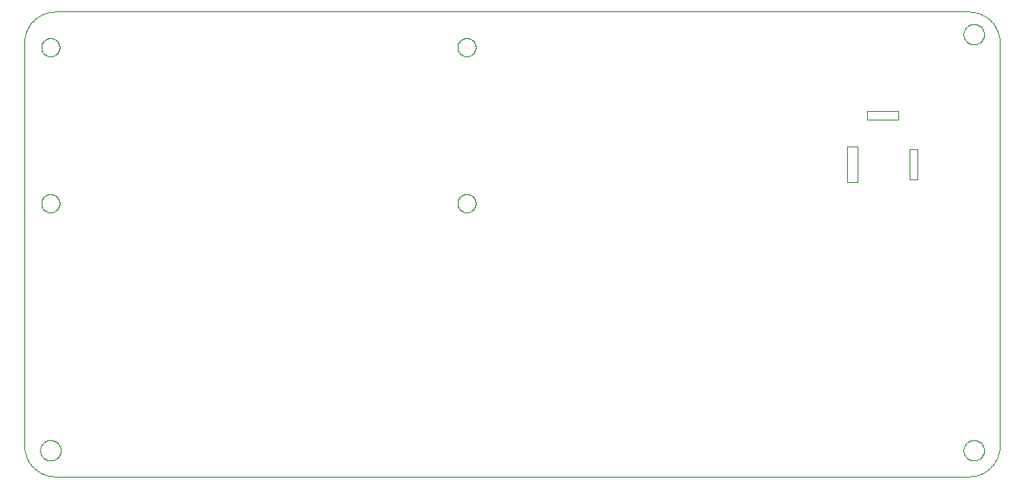
<source format=gko>
G75*
%MOIN*%
%OFA0B0*%
%FSLAX25Y25*%
%IPPOS*%
%LPD*%
%AMOC8*
5,1,8,0,0,1.08239X$1,22.5*
%
%ADD10C,0.00000*%
D10*
X0043111Y0071300D02*
X0394410Y0071300D01*
X0392363Y0081300D02*
X0392365Y0081425D01*
X0392371Y0081550D01*
X0392381Y0081674D01*
X0392395Y0081798D01*
X0392412Y0081922D01*
X0392434Y0082045D01*
X0392460Y0082167D01*
X0392489Y0082289D01*
X0392522Y0082409D01*
X0392560Y0082528D01*
X0392600Y0082647D01*
X0392645Y0082763D01*
X0392693Y0082878D01*
X0392745Y0082992D01*
X0392801Y0083104D01*
X0392860Y0083214D01*
X0392922Y0083322D01*
X0392988Y0083429D01*
X0393057Y0083533D01*
X0393130Y0083634D01*
X0393205Y0083734D01*
X0393284Y0083831D01*
X0393366Y0083925D01*
X0393451Y0084017D01*
X0393538Y0084106D01*
X0393629Y0084192D01*
X0393722Y0084275D01*
X0393818Y0084356D01*
X0393916Y0084433D01*
X0394016Y0084507D01*
X0394119Y0084578D01*
X0394224Y0084645D01*
X0394332Y0084710D01*
X0394441Y0084770D01*
X0394552Y0084828D01*
X0394665Y0084881D01*
X0394779Y0084931D01*
X0394895Y0084978D01*
X0395012Y0085020D01*
X0395131Y0085059D01*
X0395251Y0085095D01*
X0395372Y0085126D01*
X0395494Y0085154D01*
X0395616Y0085177D01*
X0395740Y0085197D01*
X0395864Y0085213D01*
X0395988Y0085225D01*
X0396113Y0085233D01*
X0396238Y0085237D01*
X0396362Y0085237D01*
X0396487Y0085233D01*
X0396612Y0085225D01*
X0396736Y0085213D01*
X0396860Y0085197D01*
X0396984Y0085177D01*
X0397106Y0085154D01*
X0397228Y0085126D01*
X0397349Y0085095D01*
X0397469Y0085059D01*
X0397588Y0085020D01*
X0397705Y0084978D01*
X0397821Y0084931D01*
X0397935Y0084881D01*
X0398048Y0084828D01*
X0398159Y0084770D01*
X0398269Y0084710D01*
X0398376Y0084645D01*
X0398481Y0084578D01*
X0398584Y0084507D01*
X0398684Y0084433D01*
X0398782Y0084356D01*
X0398878Y0084275D01*
X0398971Y0084192D01*
X0399062Y0084106D01*
X0399149Y0084017D01*
X0399234Y0083925D01*
X0399316Y0083831D01*
X0399395Y0083734D01*
X0399470Y0083634D01*
X0399543Y0083533D01*
X0399612Y0083429D01*
X0399678Y0083322D01*
X0399740Y0083214D01*
X0399799Y0083104D01*
X0399855Y0082992D01*
X0399907Y0082878D01*
X0399955Y0082763D01*
X0400000Y0082647D01*
X0400040Y0082528D01*
X0400078Y0082409D01*
X0400111Y0082289D01*
X0400140Y0082167D01*
X0400166Y0082045D01*
X0400188Y0081922D01*
X0400205Y0081798D01*
X0400219Y0081674D01*
X0400229Y0081550D01*
X0400235Y0081425D01*
X0400237Y0081300D01*
X0400235Y0081175D01*
X0400229Y0081050D01*
X0400219Y0080926D01*
X0400205Y0080802D01*
X0400188Y0080678D01*
X0400166Y0080555D01*
X0400140Y0080433D01*
X0400111Y0080311D01*
X0400078Y0080191D01*
X0400040Y0080072D01*
X0400000Y0079953D01*
X0399955Y0079837D01*
X0399907Y0079722D01*
X0399855Y0079608D01*
X0399799Y0079496D01*
X0399740Y0079386D01*
X0399678Y0079278D01*
X0399612Y0079171D01*
X0399543Y0079067D01*
X0399470Y0078966D01*
X0399395Y0078866D01*
X0399316Y0078769D01*
X0399234Y0078675D01*
X0399149Y0078583D01*
X0399062Y0078494D01*
X0398971Y0078408D01*
X0398878Y0078325D01*
X0398782Y0078244D01*
X0398684Y0078167D01*
X0398584Y0078093D01*
X0398481Y0078022D01*
X0398376Y0077955D01*
X0398268Y0077890D01*
X0398159Y0077830D01*
X0398048Y0077772D01*
X0397935Y0077719D01*
X0397821Y0077669D01*
X0397705Y0077622D01*
X0397588Y0077580D01*
X0397469Y0077541D01*
X0397349Y0077505D01*
X0397228Y0077474D01*
X0397106Y0077446D01*
X0396984Y0077423D01*
X0396860Y0077403D01*
X0396736Y0077387D01*
X0396612Y0077375D01*
X0396487Y0077367D01*
X0396362Y0077363D01*
X0396238Y0077363D01*
X0396113Y0077367D01*
X0395988Y0077375D01*
X0395864Y0077387D01*
X0395740Y0077403D01*
X0395616Y0077423D01*
X0395494Y0077446D01*
X0395372Y0077474D01*
X0395251Y0077505D01*
X0395131Y0077541D01*
X0395012Y0077580D01*
X0394895Y0077622D01*
X0394779Y0077669D01*
X0394665Y0077719D01*
X0394552Y0077772D01*
X0394441Y0077830D01*
X0394331Y0077890D01*
X0394224Y0077955D01*
X0394119Y0078022D01*
X0394016Y0078093D01*
X0393916Y0078167D01*
X0393818Y0078244D01*
X0393722Y0078325D01*
X0393629Y0078408D01*
X0393538Y0078494D01*
X0393451Y0078583D01*
X0393366Y0078675D01*
X0393284Y0078769D01*
X0393205Y0078866D01*
X0393130Y0078966D01*
X0393057Y0079067D01*
X0392988Y0079171D01*
X0392922Y0079278D01*
X0392860Y0079386D01*
X0392801Y0079496D01*
X0392745Y0079608D01*
X0392693Y0079722D01*
X0392645Y0079837D01*
X0392600Y0079953D01*
X0392560Y0080072D01*
X0392522Y0080191D01*
X0392489Y0080311D01*
X0392460Y0080433D01*
X0392434Y0080555D01*
X0392412Y0080678D01*
X0392395Y0080802D01*
X0392381Y0080926D01*
X0392371Y0081050D01*
X0392365Y0081175D01*
X0392363Y0081300D01*
X0394410Y0071300D02*
X0394695Y0071303D01*
X0394981Y0071314D01*
X0395266Y0071331D01*
X0395550Y0071355D01*
X0395834Y0071386D01*
X0396117Y0071424D01*
X0396398Y0071469D01*
X0396679Y0071520D01*
X0396959Y0071578D01*
X0397237Y0071643D01*
X0397513Y0071715D01*
X0397787Y0071793D01*
X0398060Y0071878D01*
X0398330Y0071970D01*
X0398598Y0072068D01*
X0398864Y0072172D01*
X0399127Y0072283D01*
X0399387Y0072400D01*
X0399645Y0072523D01*
X0399899Y0072653D01*
X0400150Y0072789D01*
X0400398Y0072930D01*
X0400642Y0073078D01*
X0400883Y0073231D01*
X0401119Y0073391D01*
X0401352Y0073556D01*
X0401581Y0073726D01*
X0401806Y0073902D01*
X0402026Y0074084D01*
X0402242Y0074270D01*
X0402453Y0074462D01*
X0402660Y0074659D01*
X0402862Y0074861D01*
X0403059Y0075068D01*
X0403251Y0075279D01*
X0403437Y0075495D01*
X0403619Y0075715D01*
X0403795Y0075940D01*
X0403965Y0076169D01*
X0404130Y0076402D01*
X0404290Y0076638D01*
X0404443Y0076879D01*
X0404591Y0077123D01*
X0404732Y0077371D01*
X0404868Y0077622D01*
X0404998Y0077876D01*
X0405121Y0078134D01*
X0405238Y0078394D01*
X0405349Y0078657D01*
X0405453Y0078923D01*
X0405551Y0079191D01*
X0405643Y0079461D01*
X0405728Y0079734D01*
X0405806Y0080008D01*
X0405878Y0080284D01*
X0405943Y0080562D01*
X0406001Y0080842D01*
X0406052Y0081123D01*
X0406097Y0081404D01*
X0406135Y0081687D01*
X0406166Y0081971D01*
X0406190Y0082255D01*
X0406207Y0082540D01*
X0406218Y0082826D01*
X0406221Y0083111D01*
X0406221Y0238190D01*
X0392363Y0241300D02*
X0392365Y0241425D01*
X0392371Y0241550D01*
X0392381Y0241674D01*
X0392395Y0241798D01*
X0392412Y0241922D01*
X0392434Y0242045D01*
X0392460Y0242167D01*
X0392489Y0242289D01*
X0392522Y0242409D01*
X0392560Y0242528D01*
X0392600Y0242647D01*
X0392645Y0242763D01*
X0392693Y0242878D01*
X0392745Y0242992D01*
X0392801Y0243104D01*
X0392860Y0243214D01*
X0392922Y0243322D01*
X0392988Y0243429D01*
X0393057Y0243533D01*
X0393130Y0243634D01*
X0393205Y0243734D01*
X0393284Y0243831D01*
X0393366Y0243925D01*
X0393451Y0244017D01*
X0393538Y0244106D01*
X0393629Y0244192D01*
X0393722Y0244275D01*
X0393818Y0244356D01*
X0393916Y0244433D01*
X0394016Y0244507D01*
X0394119Y0244578D01*
X0394224Y0244645D01*
X0394332Y0244710D01*
X0394441Y0244770D01*
X0394552Y0244828D01*
X0394665Y0244881D01*
X0394779Y0244931D01*
X0394895Y0244978D01*
X0395012Y0245020D01*
X0395131Y0245059D01*
X0395251Y0245095D01*
X0395372Y0245126D01*
X0395494Y0245154D01*
X0395616Y0245177D01*
X0395740Y0245197D01*
X0395864Y0245213D01*
X0395988Y0245225D01*
X0396113Y0245233D01*
X0396238Y0245237D01*
X0396362Y0245237D01*
X0396487Y0245233D01*
X0396612Y0245225D01*
X0396736Y0245213D01*
X0396860Y0245197D01*
X0396984Y0245177D01*
X0397106Y0245154D01*
X0397228Y0245126D01*
X0397349Y0245095D01*
X0397469Y0245059D01*
X0397588Y0245020D01*
X0397705Y0244978D01*
X0397821Y0244931D01*
X0397935Y0244881D01*
X0398048Y0244828D01*
X0398159Y0244770D01*
X0398269Y0244710D01*
X0398376Y0244645D01*
X0398481Y0244578D01*
X0398584Y0244507D01*
X0398684Y0244433D01*
X0398782Y0244356D01*
X0398878Y0244275D01*
X0398971Y0244192D01*
X0399062Y0244106D01*
X0399149Y0244017D01*
X0399234Y0243925D01*
X0399316Y0243831D01*
X0399395Y0243734D01*
X0399470Y0243634D01*
X0399543Y0243533D01*
X0399612Y0243429D01*
X0399678Y0243322D01*
X0399740Y0243214D01*
X0399799Y0243104D01*
X0399855Y0242992D01*
X0399907Y0242878D01*
X0399955Y0242763D01*
X0400000Y0242647D01*
X0400040Y0242528D01*
X0400078Y0242409D01*
X0400111Y0242289D01*
X0400140Y0242167D01*
X0400166Y0242045D01*
X0400188Y0241922D01*
X0400205Y0241798D01*
X0400219Y0241674D01*
X0400229Y0241550D01*
X0400235Y0241425D01*
X0400237Y0241300D01*
X0400235Y0241175D01*
X0400229Y0241050D01*
X0400219Y0240926D01*
X0400205Y0240802D01*
X0400188Y0240678D01*
X0400166Y0240555D01*
X0400140Y0240433D01*
X0400111Y0240311D01*
X0400078Y0240191D01*
X0400040Y0240072D01*
X0400000Y0239953D01*
X0399955Y0239837D01*
X0399907Y0239722D01*
X0399855Y0239608D01*
X0399799Y0239496D01*
X0399740Y0239386D01*
X0399678Y0239278D01*
X0399612Y0239171D01*
X0399543Y0239067D01*
X0399470Y0238966D01*
X0399395Y0238866D01*
X0399316Y0238769D01*
X0399234Y0238675D01*
X0399149Y0238583D01*
X0399062Y0238494D01*
X0398971Y0238408D01*
X0398878Y0238325D01*
X0398782Y0238244D01*
X0398684Y0238167D01*
X0398584Y0238093D01*
X0398481Y0238022D01*
X0398376Y0237955D01*
X0398268Y0237890D01*
X0398159Y0237830D01*
X0398048Y0237772D01*
X0397935Y0237719D01*
X0397821Y0237669D01*
X0397705Y0237622D01*
X0397588Y0237580D01*
X0397469Y0237541D01*
X0397349Y0237505D01*
X0397228Y0237474D01*
X0397106Y0237446D01*
X0396984Y0237423D01*
X0396860Y0237403D01*
X0396736Y0237387D01*
X0396612Y0237375D01*
X0396487Y0237367D01*
X0396362Y0237363D01*
X0396238Y0237363D01*
X0396113Y0237367D01*
X0395988Y0237375D01*
X0395864Y0237387D01*
X0395740Y0237403D01*
X0395616Y0237423D01*
X0395494Y0237446D01*
X0395372Y0237474D01*
X0395251Y0237505D01*
X0395131Y0237541D01*
X0395012Y0237580D01*
X0394895Y0237622D01*
X0394779Y0237669D01*
X0394665Y0237719D01*
X0394552Y0237772D01*
X0394441Y0237830D01*
X0394331Y0237890D01*
X0394224Y0237955D01*
X0394119Y0238022D01*
X0394016Y0238093D01*
X0393916Y0238167D01*
X0393818Y0238244D01*
X0393722Y0238325D01*
X0393629Y0238408D01*
X0393538Y0238494D01*
X0393451Y0238583D01*
X0393366Y0238675D01*
X0393284Y0238769D01*
X0393205Y0238866D01*
X0393130Y0238966D01*
X0393057Y0239067D01*
X0392988Y0239171D01*
X0392922Y0239278D01*
X0392860Y0239386D01*
X0392801Y0239496D01*
X0392745Y0239608D01*
X0392693Y0239722D01*
X0392645Y0239837D01*
X0392600Y0239953D01*
X0392560Y0240072D01*
X0392522Y0240191D01*
X0392489Y0240311D01*
X0392460Y0240433D01*
X0392434Y0240555D01*
X0392412Y0240678D01*
X0392395Y0240802D01*
X0392381Y0240926D01*
X0392371Y0241050D01*
X0392365Y0241175D01*
X0392363Y0241300D01*
X0394410Y0250001D02*
X0394695Y0249998D01*
X0394981Y0249987D01*
X0395266Y0249970D01*
X0395550Y0249946D01*
X0395834Y0249915D01*
X0396117Y0249877D01*
X0396398Y0249832D01*
X0396679Y0249781D01*
X0396959Y0249723D01*
X0397237Y0249658D01*
X0397513Y0249586D01*
X0397787Y0249508D01*
X0398060Y0249423D01*
X0398330Y0249331D01*
X0398598Y0249233D01*
X0398864Y0249129D01*
X0399127Y0249018D01*
X0399387Y0248901D01*
X0399645Y0248778D01*
X0399899Y0248648D01*
X0400150Y0248512D01*
X0400398Y0248371D01*
X0400642Y0248223D01*
X0400883Y0248070D01*
X0401119Y0247910D01*
X0401352Y0247745D01*
X0401581Y0247575D01*
X0401806Y0247399D01*
X0402026Y0247217D01*
X0402242Y0247031D01*
X0402453Y0246839D01*
X0402660Y0246642D01*
X0402862Y0246440D01*
X0403059Y0246233D01*
X0403251Y0246022D01*
X0403437Y0245806D01*
X0403619Y0245586D01*
X0403795Y0245361D01*
X0403965Y0245132D01*
X0404130Y0244899D01*
X0404290Y0244663D01*
X0404443Y0244422D01*
X0404591Y0244178D01*
X0404732Y0243930D01*
X0404868Y0243679D01*
X0404998Y0243425D01*
X0405121Y0243167D01*
X0405238Y0242907D01*
X0405349Y0242644D01*
X0405453Y0242378D01*
X0405551Y0242110D01*
X0405643Y0241840D01*
X0405728Y0241567D01*
X0405806Y0241293D01*
X0405878Y0241017D01*
X0405943Y0240739D01*
X0406001Y0240459D01*
X0406052Y0240178D01*
X0406097Y0239897D01*
X0406135Y0239614D01*
X0406166Y0239330D01*
X0406190Y0239046D01*
X0406207Y0238761D01*
X0406218Y0238475D01*
X0406221Y0238190D01*
X0394410Y0250001D02*
X0043111Y0250001D01*
X0042826Y0249998D01*
X0042540Y0249987D01*
X0042255Y0249970D01*
X0041971Y0249946D01*
X0041687Y0249915D01*
X0041404Y0249877D01*
X0041123Y0249832D01*
X0040842Y0249781D01*
X0040562Y0249723D01*
X0040284Y0249658D01*
X0040008Y0249586D01*
X0039734Y0249508D01*
X0039461Y0249423D01*
X0039191Y0249331D01*
X0038923Y0249233D01*
X0038657Y0249129D01*
X0038394Y0249018D01*
X0038134Y0248901D01*
X0037876Y0248778D01*
X0037622Y0248648D01*
X0037371Y0248512D01*
X0037123Y0248371D01*
X0036879Y0248223D01*
X0036638Y0248070D01*
X0036402Y0247910D01*
X0036169Y0247745D01*
X0035940Y0247575D01*
X0035715Y0247399D01*
X0035495Y0247217D01*
X0035279Y0247031D01*
X0035068Y0246839D01*
X0034861Y0246642D01*
X0034659Y0246440D01*
X0034462Y0246233D01*
X0034270Y0246022D01*
X0034084Y0245806D01*
X0033902Y0245586D01*
X0033726Y0245361D01*
X0033556Y0245132D01*
X0033391Y0244899D01*
X0033231Y0244663D01*
X0033078Y0244422D01*
X0032930Y0244178D01*
X0032789Y0243930D01*
X0032653Y0243679D01*
X0032523Y0243425D01*
X0032400Y0243167D01*
X0032283Y0242907D01*
X0032172Y0242644D01*
X0032068Y0242378D01*
X0031970Y0242110D01*
X0031878Y0241840D01*
X0031793Y0241567D01*
X0031715Y0241293D01*
X0031643Y0241017D01*
X0031578Y0240739D01*
X0031520Y0240459D01*
X0031469Y0240178D01*
X0031424Y0239897D01*
X0031386Y0239614D01*
X0031355Y0239330D01*
X0031331Y0239046D01*
X0031314Y0238761D01*
X0031303Y0238475D01*
X0031300Y0238190D01*
X0031300Y0083111D01*
X0037363Y0081300D02*
X0037365Y0081425D01*
X0037371Y0081550D01*
X0037381Y0081674D01*
X0037395Y0081798D01*
X0037412Y0081922D01*
X0037434Y0082045D01*
X0037460Y0082167D01*
X0037489Y0082289D01*
X0037522Y0082409D01*
X0037560Y0082528D01*
X0037600Y0082647D01*
X0037645Y0082763D01*
X0037693Y0082878D01*
X0037745Y0082992D01*
X0037801Y0083104D01*
X0037860Y0083214D01*
X0037922Y0083322D01*
X0037988Y0083429D01*
X0038057Y0083533D01*
X0038130Y0083634D01*
X0038205Y0083734D01*
X0038284Y0083831D01*
X0038366Y0083925D01*
X0038451Y0084017D01*
X0038538Y0084106D01*
X0038629Y0084192D01*
X0038722Y0084275D01*
X0038818Y0084356D01*
X0038916Y0084433D01*
X0039016Y0084507D01*
X0039119Y0084578D01*
X0039224Y0084645D01*
X0039332Y0084710D01*
X0039441Y0084770D01*
X0039552Y0084828D01*
X0039665Y0084881D01*
X0039779Y0084931D01*
X0039895Y0084978D01*
X0040012Y0085020D01*
X0040131Y0085059D01*
X0040251Y0085095D01*
X0040372Y0085126D01*
X0040494Y0085154D01*
X0040616Y0085177D01*
X0040740Y0085197D01*
X0040864Y0085213D01*
X0040988Y0085225D01*
X0041113Y0085233D01*
X0041238Y0085237D01*
X0041362Y0085237D01*
X0041487Y0085233D01*
X0041612Y0085225D01*
X0041736Y0085213D01*
X0041860Y0085197D01*
X0041984Y0085177D01*
X0042106Y0085154D01*
X0042228Y0085126D01*
X0042349Y0085095D01*
X0042469Y0085059D01*
X0042588Y0085020D01*
X0042705Y0084978D01*
X0042821Y0084931D01*
X0042935Y0084881D01*
X0043048Y0084828D01*
X0043159Y0084770D01*
X0043269Y0084710D01*
X0043376Y0084645D01*
X0043481Y0084578D01*
X0043584Y0084507D01*
X0043684Y0084433D01*
X0043782Y0084356D01*
X0043878Y0084275D01*
X0043971Y0084192D01*
X0044062Y0084106D01*
X0044149Y0084017D01*
X0044234Y0083925D01*
X0044316Y0083831D01*
X0044395Y0083734D01*
X0044470Y0083634D01*
X0044543Y0083533D01*
X0044612Y0083429D01*
X0044678Y0083322D01*
X0044740Y0083214D01*
X0044799Y0083104D01*
X0044855Y0082992D01*
X0044907Y0082878D01*
X0044955Y0082763D01*
X0045000Y0082647D01*
X0045040Y0082528D01*
X0045078Y0082409D01*
X0045111Y0082289D01*
X0045140Y0082167D01*
X0045166Y0082045D01*
X0045188Y0081922D01*
X0045205Y0081798D01*
X0045219Y0081674D01*
X0045229Y0081550D01*
X0045235Y0081425D01*
X0045237Y0081300D01*
X0045235Y0081175D01*
X0045229Y0081050D01*
X0045219Y0080926D01*
X0045205Y0080802D01*
X0045188Y0080678D01*
X0045166Y0080555D01*
X0045140Y0080433D01*
X0045111Y0080311D01*
X0045078Y0080191D01*
X0045040Y0080072D01*
X0045000Y0079953D01*
X0044955Y0079837D01*
X0044907Y0079722D01*
X0044855Y0079608D01*
X0044799Y0079496D01*
X0044740Y0079386D01*
X0044678Y0079278D01*
X0044612Y0079171D01*
X0044543Y0079067D01*
X0044470Y0078966D01*
X0044395Y0078866D01*
X0044316Y0078769D01*
X0044234Y0078675D01*
X0044149Y0078583D01*
X0044062Y0078494D01*
X0043971Y0078408D01*
X0043878Y0078325D01*
X0043782Y0078244D01*
X0043684Y0078167D01*
X0043584Y0078093D01*
X0043481Y0078022D01*
X0043376Y0077955D01*
X0043268Y0077890D01*
X0043159Y0077830D01*
X0043048Y0077772D01*
X0042935Y0077719D01*
X0042821Y0077669D01*
X0042705Y0077622D01*
X0042588Y0077580D01*
X0042469Y0077541D01*
X0042349Y0077505D01*
X0042228Y0077474D01*
X0042106Y0077446D01*
X0041984Y0077423D01*
X0041860Y0077403D01*
X0041736Y0077387D01*
X0041612Y0077375D01*
X0041487Y0077367D01*
X0041362Y0077363D01*
X0041238Y0077363D01*
X0041113Y0077367D01*
X0040988Y0077375D01*
X0040864Y0077387D01*
X0040740Y0077403D01*
X0040616Y0077423D01*
X0040494Y0077446D01*
X0040372Y0077474D01*
X0040251Y0077505D01*
X0040131Y0077541D01*
X0040012Y0077580D01*
X0039895Y0077622D01*
X0039779Y0077669D01*
X0039665Y0077719D01*
X0039552Y0077772D01*
X0039441Y0077830D01*
X0039331Y0077890D01*
X0039224Y0077955D01*
X0039119Y0078022D01*
X0039016Y0078093D01*
X0038916Y0078167D01*
X0038818Y0078244D01*
X0038722Y0078325D01*
X0038629Y0078408D01*
X0038538Y0078494D01*
X0038451Y0078583D01*
X0038366Y0078675D01*
X0038284Y0078769D01*
X0038205Y0078866D01*
X0038130Y0078966D01*
X0038057Y0079067D01*
X0037988Y0079171D01*
X0037922Y0079278D01*
X0037860Y0079386D01*
X0037801Y0079496D01*
X0037745Y0079608D01*
X0037693Y0079722D01*
X0037645Y0079837D01*
X0037600Y0079953D01*
X0037560Y0080072D01*
X0037522Y0080191D01*
X0037489Y0080311D01*
X0037460Y0080433D01*
X0037434Y0080555D01*
X0037412Y0080678D01*
X0037395Y0080802D01*
X0037381Y0080926D01*
X0037371Y0081050D01*
X0037365Y0081175D01*
X0037363Y0081300D01*
X0031300Y0083111D02*
X0031303Y0082826D01*
X0031314Y0082540D01*
X0031331Y0082255D01*
X0031355Y0081971D01*
X0031386Y0081687D01*
X0031424Y0081404D01*
X0031469Y0081123D01*
X0031520Y0080842D01*
X0031578Y0080562D01*
X0031643Y0080284D01*
X0031715Y0080008D01*
X0031793Y0079734D01*
X0031878Y0079461D01*
X0031970Y0079191D01*
X0032068Y0078923D01*
X0032172Y0078657D01*
X0032283Y0078394D01*
X0032400Y0078134D01*
X0032523Y0077876D01*
X0032653Y0077622D01*
X0032789Y0077371D01*
X0032930Y0077123D01*
X0033078Y0076879D01*
X0033231Y0076638D01*
X0033391Y0076402D01*
X0033556Y0076169D01*
X0033726Y0075940D01*
X0033902Y0075715D01*
X0034084Y0075495D01*
X0034270Y0075279D01*
X0034462Y0075068D01*
X0034659Y0074861D01*
X0034861Y0074659D01*
X0035068Y0074462D01*
X0035279Y0074270D01*
X0035495Y0074084D01*
X0035715Y0073902D01*
X0035940Y0073726D01*
X0036169Y0073556D01*
X0036402Y0073391D01*
X0036638Y0073231D01*
X0036879Y0073078D01*
X0037123Y0072930D01*
X0037371Y0072789D01*
X0037622Y0072653D01*
X0037876Y0072523D01*
X0038134Y0072400D01*
X0038394Y0072283D01*
X0038657Y0072172D01*
X0038923Y0072068D01*
X0039191Y0071970D01*
X0039461Y0071878D01*
X0039734Y0071793D01*
X0040008Y0071715D01*
X0040284Y0071643D01*
X0040562Y0071578D01*
X0040842Y0071520D01*
X0041123Y0071469D01*
X0041404Y0071424D01*
X0041687Y0071386D01*
X0041971Y0071355D01*
X0042255Y0071331D01*
X0042540Y0071314D01*
X0042826Y0071303D01*
X0043111Y0071300D01*
X0037800Y0176300D02*
X0037802Y0176418D01*
X0037808Y0176536D01*
X0037818Y0176654D01*
X0037832Y0176771D01*
X0037850Y0176888D01*
X0037872Y0177005D01*
X0037897Y0177120D01*
X0037927Y0177234D01*
X0037961Y0177348D01*
X0037998Y0177460D01*
X0038039Y0177571D01*
X0038084Y0177680D01*
X0038132Y0177788D01*
X0038184Y0177894D01*
X0038240Y0177999D01*
X0038299Y0178101D01*
X0038361Y0178201D01*
X0038427Y0178299D01*
X0038496Y0178395D01*
X0038569Y0178489D01*
X0038644Y0178580D01*
X0038723Y0178668D01*
X0038804Y0178754D01*
X0038889Y0178837D01*
X0038976Y0178917D01*
X0039065Y0178994D01*
X0039158Y0179068D01*
X0039252Y0179138D01*
X0039349Y0179206D01*
X0039449Y0179270D01*
X0039550Y0179331D01*
X0039653Y0179388D01*
X0039759Y0179442D01*
X0039866Y0179493D01*
X0039974Y0179539D01*
X0040084Y0179582D01*
X0040196Y0179621D01*
X0040309Y0179657D01*
X0040423Y0179688D01*
X0040538Y0179716D01*
X0040653Y0179740D01*
X0040770Y0179760D01*
X0040887Y0179776D01*
X0041005Y0179788D01*
X0041123Y0179796D01*
X0041241Y0179800D01*
X0041359Y0179800D01*
X0041477Y0179796D01*
X0041595Y0179788D01*
X0041713Y0179776D01*
X0041830Y0179760D01*
X0041947Y0179740D01*
X0042062Y0179716D01*
X0042177Y0179688D01*
X0042291Y0179657D01*
X0042404Y0179621D01*
X0042516Y0179582D01*
X0042626Y0179539D01*
X0042734Y0179493D01*
X0042841Y0179442D01*
X0042947Y0179388D01*
X0043050Y0179331D01*
X0043151Y0179270D01*
X0043251Y0179206D01*
X0043348Y0179138D01*
X0043442Y0179068D01*
X0043535Y0178994D01*
X0043624Y0178917D01*
X0043711Y0178837D01*
X0043796Y0178754D01*
X0043877Y0178668D01*
X0043956Y0178580D01*
X0044031Y0178489D01*
X0044104Y0178395D01*
X0044173Y0178299D01*
X0044239Y0178201D01*
X0044301Y0178101D01*
X0044360Y0177999D01*
X0044416Y0177894D01*
X0044468Y0177788D01*
X0044516Y0177680D01*
X0044561Y0177571D01*
X0044602Y0177460D01*
X0044639Y0177348D01*
X0044673Y0177234D01*
X0044703Y0177120D01*
X0044728Y0177005D01*
X0044750Y0176888D01*
X0044768Y0176771D01*
X0044782Y0176654D01*
X0044792Y0176536D01*
X0044798Y0176418D01*
X0044800Y0176300D01*
X0044798Y0176182D01*
X0044792Y0176064D01*
X0044782Y0175946D01*
X0044768Y0175829D01*
X0044750Y0175712D01*
X0044728Y0175595D01*
X0044703Y0175480D01*
X0044673Y0175366D01*
X0044639Y0175252D01*
X0044602Y0175140D01*
X0044561Y0175029D01*
X0044516Y0174920D01*
X0044468Y0174812D01*
X0044416Y0174706D01*
X0044360Y0174601D01*
X0044301Y0174499D01*
X0044239Y0174399D01*
X0044173Y0174301D01*
X0044104Y0174205D01*
X0044031Y0174111D01*
X0043956Y0174020D01*
X0043877Y0173932D01*
X0043796Y0173846D01*
X0043711Y0173763D01*
X0043624Y0173683D01*
X0043535Y0173606D01*
X0043442Y0173532D01*
X0043348Y0173462D01*
X0043251Y0173394D01*
X0043151Y0173330D01*
X0043050Y0173269D01*
X0042947Y0173212D01*
X0042841Y0173158D01*
X0042734Y0173107D01*
X0042626Y0173061D01*
X0042516Y0173018D01*
X0042404Y0172979D01*
X0042291Y0172943D01*
X0042177Y0172912D01*
X0042062Y0172884D01*
X0041947Y0172860D01*
X0041830Y0172840D01*
X0041713Y0172824D01*
X0041595Y0172812D01*
X0041477Y0172804D01*
X0041359Y0172800D01*
X0041241Y0172800D01*
X0041123Y0172804D01*
X0041005Y0172812D01*
X0040887Y0172824D01*
X0040770Y0172840D01*
X0040653Y0172860D01*
X0040538Y0172884D01*
X0040423Y0172912D01*
X0040309Y0172943D01*
X0040196Y0172979D01*
X0040084Y0173018D01*
X0039974Y0173061D01*
X0039866Y0173107D01*
X0039759Y0173158D01*
X0039653Y0173212D01*
X0039550Y0173269D01*
X0039449Y0173330D01*
X0039349Y0173394D01*
X0039252Y0173462D01*
X0039158Y0173532D01*
X0039065Y0173606D01*
X0038976Y0173683D01*
X0038889Y0173763D01*
X0038804Y0173846D01*
X0038723Y0173932D01*
X0038644Y0174020D01*
X0038569Y0174111D01*
X0038496Y0174205D01*
X0038427Y0174301D01*
X0038361Y0174399D01*
X0038299Y0174499D01*
X0038240Y0174601D01*
X0038184Y0174706D01*
X0038132Y0174812D01*
X0038084Y0174920D01*
X0038039Y0175029D01*
X0037998Y0175140D01*
X0037961Y0175252D01*
X0037927Y0175366D01*
X0037897Y0175480D01*
X0037872Y0175595D01*
X0037850Y0175712D01*
X0037832Y0175829D01*
X0037818Y0175946D01*
X0037808Y0176064D01*
X0037802Y0176182D01*
X0037800Y0176300D01*
X0037800Y0236300D02*
X0037802Y0236418D01*
X0037808Y0236536D01*
X0037818Y0236654D01*
X0037832Y0236771D01*
X0037850Y0236888D01*
X0037872Y0237005D01*
X0037897Y0237120D01*
X0037927Y0237234D01*
X0037961Y0237348D01*
X0037998Y0237460D01*
X0038039Y0237571D01*
X0038084Y0237680D01*
X0038132Y0237788D01*
X0038184Y0237894D01*
X0038240Y0237999D01*
X0038299Y0238101D01*
X0038361Y0238201D01*
X0038427Y0238299D01*
X0038496Y0238395D01*
X0038569Y0238489D01*
X0038644Y0238580D01*
X0038723Y0238668D01*
X0038804Y0238754D01*
X0038889Y0238837D01*
X0038976Y0238917D01*
X0039065Y0238994D01*
X0039158Y0239068D01*
X0039252Y0239138D01*
X0039349Y0239206D01*
X0039449Y0239270D01*
X0039550Y0239331D01*
X0039653Y0239388D01*
X0039759Y0239442D01*
X0039866Y0239493D01*
X0039974Y0239539D01*
X0040084Y0239582D01*
X0040196Y0239621D01*
X0040309Y0239657D01*
X0040423Y0239688D01*
X0040538Y0239716D01*
X0040653Y0239740D01*
X0040770Y0239760D01*
X0040887Y0239776D01*
X0041005Y0239788D01*
X0041123Y0239796D01*
X0041241Y0239800D01*
X0041359Y0239800D01*
X0041477Y0239796D01*
X0041595Y0239788D01*
X0041713Y0239776D01*
X0041830Y0239760D01*
X0041947Y0239740D01*
X0042062Y0239716D01*
X0042177Y0239688D01*
X0042291Y0239657D01*
X0042404Y0239621D01*
X0042516Y0239582D01*
X0042626Y0239539D01*
X0042734Y0239493D01*
X0042841Y0239442D01*
X0042947Y0239388D01*
X0043050Y0239331D01*
X0043151Y0239270D01*
X0043251Y0239206D01*
X0043348Y0239138D01*
X0043442Y0239068D01*
X0043535Y0238994D01*
X0043624Y0238917D01*
X0043711Y0238837D01*
X0043796Y0238754D01*
X0043877Y0238668D01*
X0043956Y0238580D01*
X0044031Y0238489D01*
X0044104Y0238395D01*
X0044173Y0238299D01*
X0044239Y0238201D01*
X0044301Y0238101D01*
X0044360Y0237999D01*
X0044416Y0237894D01*
X0044468Y0237788D01*
X0044516Y0237680D01*
X0044561Y0237571D01*
X0044602Y0237460D01*
X0044639Y0237348D01*
X0044673Y0237234D01*
X0044703Y0237120D01*
X0044728Y0237005D01*
X0044750Y0236888D01*
X0044768Y0236771D01*
X0044782Y0236654D01*
X0044792Y0236536D01*
X0044798Y0236418D01*
X0044800Y0236300D01*
X0044798Y0236182D01*
X0044792Y0236064D01*
X0044782Y0235946D01*
X0044768Y0235829D01*
X0044750Y0235712D01*
X0044728Y0235595D01*
X0044703Y0235480D01*
X0044673Y0235366D01*
X0044639Y0235252D01*
X0044602Y0235140D01*
X0044561Y0235029D01*
X0044516Y0234920D01*
X0044468Y0234812D01*
X0044416Y0234706D01*
X0044360Y0234601D01*
X0044301Y0234499D01*
X0044239Y0234399D01*
X0044173Y0234301D01*
X0044104Y0234205D01*
X0044031Y0234111D01*
X0043956Y0234020D01*
X0043877Y0233932D01*
X0043796Y0233846D01*
X0043711Y0233763D01*
X0043624Y0233683D01*
X0043535Y0233606D01*
X0043442Y0233532D01*
X0043348Y0233462D01*
X0043251Y0233394D01*
X0043151Y0233330D01*
X0043050Y0233269D01*
X0042947Y0233212D01*
X0042841Y0233158D01*
X0042734Y0233107D01*
X0042626Y0233061D01*
X0042516Y0233018D01*
X0042404Y0232979D01*
X0042291Y0232943D01*
X0042177Y0232912D01*
X0042062Y0232884D01*
X0041947Y0232860D01*
X0041830Y0232840D01*
X0041713Y0232824D01*
X0041595Y0232812D01*
X0041477Y0232804D01*
X0041359Y0232800D01*
X0041241Y0232800D01*
X0041123Y0232804D01*
X0041005Y0232812D01*
X0040887Y0232824D01*
X0040770Y0232840D01*
X0040653Y0232860D01*
X0040538Y0232884D01*
X0040423Y0232912D01*
X0040309Y0232943D01*
X0040196Y0232979D01*
X0040084Y0233018D01*
X0039974Y0233061D01*
X0039866Y0233107D01*
X0039759Y0233158D01*
X0039653Y0233212D01*
X0039550Y0233269D01*
X0039449Y0233330D01*
X0039349Y0233394D01*
X0039252Y0233462D01*
X0039158Y0233532D01*
X0039065Y0233606D01*
X0038976Y0233683D01*
X0038889Y0233763D01*
X0038804Y0233846D01*
X0038723Y0233932D01*
X0038644Y0234020D01*
X0038569Y0234111D01*
X0038496Y0234205D01*
X0038427Y0234301D01*
X0038361Y0234399D01*
X0038299Y0234499D01*
X0038240Y0234601D01*
X0038184Y0234706D01*
X0038132Y0234812D01*
X0038084Y0234920D01*
X0038039Y0235029D01*
X0037998Y0235140D01*
X0037961Y0235252D01*
X0037927Y0235366D01*
X0037897Y0235480D01*
X0037872Y0235595D01*
X0037850Y0235712D01*
X0037832Y0235829D01*
X0037818Y0235946D01*
X0037808Y0236064D01*
X0037802Y0236182D01*
X0037800Y0236300D01*
X0197800Y0236300D02*
X0197802Y0236418D01*
X0197808Y0236536D01*
X0197818Y0236654D01*
X0197832Y0236771D01*
X0197850Y0236888D01*
X0197872Y0237005D01*
X0197897Y0237120D01*
X0197927Y0237234D01*
X0197961Y0237348D01*
X0197998Y0237460D01*
X0198039Y0237571D01*
X0198084Y0237680D01*
X0198132Y0237788D01*
X0198184Y0237894D01*
X0198240Y0237999D01*
X0198299Y0238101D01*
X0198361Y0238201D01*
X0198427Y0238299D01*
X0198496Y0238395D01*
X0198569Y0238489D01*
X0198644Y0238580D01*
X0198723Y0238668D01*
X0198804Y0238754D01*
X0198889Y0238837D01*
X0198976Y0238917D01*
X0199065Y0238994D01*
X0199158Y0239068D01*
X0199252Y0239138D01*
X0199349Y0239206D01*
X0199449Y0239270D01*
X0199550Y0239331D01*
X0199653Y0239388D01*
X0199759Y0239442D01*
X0199866Y0239493D01*
X0199974Y0239539D01*
X0200084Y0239582D01*
X0200196Y0239621D01*
X0200309Y0239657D01*
X0200423Y0239688D01*
X0200538Y0239716D01*
X0200653Y0239740D01*
X0200770Y0239760D01*
X0200887Y0239776D01*
X0201005Y0239788D01*
X0201123Y0239796D01*
X0201241Y0239800D01*
X0201359Y0239800D01*
X0201477Y0239796D01*
X0201595Y0239788D01*
X0201713Y0239776D01*
X0201830Y0239760D01*
X0201947Y0239740D01*
X0202062Y0239716D01*
X0202177Y0239688D01*
X0202291Y0239657D01*
X0202404Y0239621D01*
X0202516Y0239582D01*
X0202626Y0239539D01*
X0202734Y0239493D01*
X0202841Y0239442D01*
X0202947Y0239388D01*
X0203050Y0239331D01*
X0203151Y0239270D01*
X0203251Y0239206D01*
X0203348Y0239138D01*
X0203442Y0239068D01*
X0203535Y0238994D01*
X0203624Y0238917D01*
X0203711Y0238837D01*
X0203796Y0238754D01*
X0203877Y0238668D01*
X0203956Y0238580D01*
X0204031Y0238489D01*
X0204104Y0238395D01*
X0204173Y0238299D01*
X0204239Y0238201D01*
X0204301Y0238101D01*
X0204360Y0237999D01*
X0204416Y0237894D01*
X0204468Y0237788D01*
X0204516Y0237680D01*
X0204561Y0237571D01*
X0204602Y0237460D01*
X0204639Y0237348D01*
X0204673Y0237234D01*
X0204703Y0237120D01*
X0204728Y0237005D01*
X0204750Y0236888D01*
X0204768Y0236771D01*
X0204782Y0236654D01*
X0204792Y0236536D01*
X0204798Y0236418D01*
X0204800Y0236300D01*
X0204798Y0236182D01*
X0204792Y0236064D01*
X0204782Y0235946D01*
X0204768Y0235829D01*
X0204750Y0235712D01*
X0204728Y0235595D01*
X0204703Y0235480D01*
X0204673Y0235366D01*
X0204639Y0235252D01*
X0204602Y0235140D01*
X0204561Y0235029D01*
X0204516Y0234920D01*
X0204468Y0234812D01*
X0204416Y0234706D01*
X0204360Y0234601D01*
X0204301Y0234499D01*
X0204239Y0234399D01*
X0204173Y0234301D01*
X0204104Y0234205D01*
X0204031Y0234111D01*
X0203956Y0234020D01*
X0203877Y0233932D01*
X0203796Y0233846D01*
X0203711Y0233763D01*
X0203624Y0233683D01*
X0203535Y0233606D01*
X0203442Y0233532D01*
X0203348Y0233462D01*
X0203251Y0233394D01*
X0203151Y0233330D01*
X0203050Y0233269D01*
X0202947Y0233212D01*
X0202841Y0233158D01*
X0202734Y0233107D01*
X0202626Y0233061D01*
X0202516Y0233018D01*
X0202404Y0232979D01*
X0202291Y0232943D01*
X0202177Y0232912D01*
X0202062Y0232884D01*
X0201947Y0232860D01*
X0201830Y0232840D01*
X0201713Y0232824D01*
X0201595Y0232812D01*
X0201477Y0232804D01*
X0201359Y0232800D01*
X0201241Y0232800D01*
X0201123Y0232804D01*
X0201005Y0232812D01*
X0200887Y0232824D01*
X0200770Y0232840D01*
X0200653Y0232860D01*
X0200538Y0232884D01*
X0200423Y0232912D01*
X0200309Y0232943D01*
X0200196Y0232979D01*
X0200084Y0233018D01*
X0199974Y0233061D01*
X0199866Y0233107D01*
X0199759Y0233158D01*
X0199653Y0233212D01*
X0199550Y0233269D01*
X0199449Y0233330D01*
X0199349Y0233394D01*
X0199252Y0233462D01*
X0199158Y0233532D01*
X0199065Y0233606D01*
X0198976Y0233683D01*
X0198889Y0233763D01*
X0198804Y0233846D01*
X0198723Y0233932D01*
X0198644Y0234020D01*
X0198569Y0234111D01*
X0198496Y0234205D01*
X0198427Y0234301D01*
X0198361Y0234399D01*
X0198299Y0234499D01*
X0198240Y0234601D01*
X0198184Y0234706D01*
X0198132Y0234812D01*
X0198084Y0234920D01*
X0198039Y0235029D01*
X0197998Y0235140D01*
X0197961Y0235252D01*
X0197927Y0235366D01*
X0197897Y0235480D01*
X0197872Y0235595D01*
X0197850Y0235712D01*
X0197832Y0235829D01*
X0197818Y0235946D01*
X0197808Y0236064D01*
X0197802Y0236182D01*
X0197800Y0236300D01*
X0197800Y0176300D02*
X0197802Y0176418D01*
X0197808Y0176536D01*
X0197818Y0176654D01*
X0197832Y0176771D01*
X0197850Y0176888D01*
X0197872Y0177005D01*
X0197897Y0177120D01*
X0197927Y0177234D01*
X0197961Y0177348D01*
X0197998Y0177460D01*
X0198039Y0177571D01*
X0198084Y0177680D01*
X0198132Y0177788D01*
X0198184Y0177894D01*
X0198240Y0177999D01*
X0198299Y0178101D01*
X0198361Y0178201D01*
X0198427Y0178299D01*
X0198496Y0178395D01*
X0198569Y0178489D01*
X0198644Y0178580D01*
X0198723Y0178668D01*
X0198804Y0178754D01*
X0198889Y0178837D01*
X0198976Y0178917D01*
X0199065Y0178994D01*
X0199158Y0179068D01*
X0199252Y0179138D01*
X0199349Y0179206D01*
X0199449Y0179270D01*
X0199550Y0179331D01*
X0199653Y0179388D01*
X0199759Y0179442D01*
X0199866Y0179493D01*
X0199974Y0179539D01*
X0200084Y0179582D01*
X0200196Y0179621D01*
X0200309Y0179657D01*
X0200423Y0179688D01*
X0200538Y0179716D01*
X0200653Y0179740D01*
X0200770Y0179760D01*
X0200887Y0179776D01*
X0201005Y0179788D01*
X0201123Y0179796D01*
X0201241Y0179800D01*
X0201359Y0179800D01*
X0201477Y0179796D01*
X0201595Y0179788D01*
X0201713Y0179776D01*
X0201830Y0179760D01*
X0201947Y0179740D01*
X0202062Y0179716D01*
X0202177Y0179688D01*
X0202291Y0179657D01*
X0202404Y0179621D01*
X0202516Y0179582D01*
X0202626Y0179539D01*
X0202734Y0179493D01*
X0202841Y0179442D01*
X0202947Y0179388D01*
X0203050Y0179331D01*
X0203151Y0179270D01*
X0203251Y0179206D01*
X0203348Y0179138D01*
X0203442Y0179068D01*
X0203535Y0178994D01*
X0203624Y0178917D01*
X0203711Y0178837D01*
X0203796Y0178754D01*
X0203877Y0178668D01*
X0203956Y0178580D01*
X0204031Y0178489D01*
X0204104Y0178395D01*
X0204173Y0178299D01*
X0204239Y0178201D01*
X0204301Y0178101D01*
X0204360Y0177999D01*
X0204416Y0177894D01*
X0204468Y0177788D01*
X0204516Y0177680D01*
X0204561Y0177571D01*
X0204602Y0177460D01*
X0204639Y0177348D01*
X0204673Y0177234D01*
X0204703Y0177120D01*
X0204728Y0177005D01*
X0204750Y0176888D01*
X0204768Y0176771D01*
X0204782Y0176654D01*
X0204792Y0176536D01*
X0204798Y0176418D01*
X0204800Y0176300D01*
X0204798Y0176182D01*
X0204792Y0176064D01*
X0204782Y0175946D01*
X0204768Y0175829D01*
X0204750Y0175712D01*
X0204728Y0175595D01*
X0204703Y0175480D01*
X0204673Y0175366D01*
X0204639Y0175252D01*
X0204602Y0175140D01*
X0204561Y0175029D01*
X0204516Y0174920D01*
X0204468Y0174812D01*
X0204416Y0174706D01*
X0204360Y0174601D01*
X0204301Y0174499D01*
X0204239Y0174399D01*
X0204173Y0174301D01*
X0204104Y0174205D01*
X0204031Y0174111D01*
X0203956Y0174020D01*
X0203877Y0173932D01*
X0203796Y0173846D01*
X0203711Y0173763D01*
X0203624Y0173683D01*
X0203535Y0173606D01*
X0203442Y0173532D01*
X0203348Y0173462D01*
X0203251Y0173394D01*
X0203151Y0173330D01*
X0203050Y0173269D01*
X0202947Y0173212D01*
X0202841Y0173158D01*
X0202734Y0173107D01*
X0202626Y0173061D01*
X0202516Y0173018D01*
X0202404Y0172979D01*
X0202291Y0172943D01*
X0202177Y0172912D01*
X0202062Y0172884D01*
X0201947Y0172860D01*
X0201830Y0172840D01*
X0201713Y0172824D01*
X0201595Y0172812D01*
X0201477Y0172804D01*
X0201359Y0172800D01*
X0201241Y0172800D01*
X0201123Y0172804D01*
X0201005Y0172812D01*
X0200887Y0172824D01*
X0200770Y0172840D01*
X0200653Y0172860D01*
X0200538Y0172884D01*
X0200423Y0172912D01*
X0200309Y0172943D01*
X0200196Y0172979D01*
X0200084Y0173018D01*
X0199974Y0173061D01*
X0199866Y0173107D01*
X0199759Y0173158D01*
X0199653Y0173212D01*
X0199550Y0173269D01*
X0199449Y0173330D01*
X0199349Y0173394D01*
X0199252Y0173462D01*
X0199158Y0173532D01*
X0199065Y0173606D01*
X0198976Y0173683D01*
X0198889Y0173763D01*
X0198804Y0173846D01*
X0198723Y0173932D01*
X0198644Y0174020D01*
X0198569Y0174111D01*
X0198496Y0174205D01*
X0198427Y0174301D01*
X0198361Y0174399D01*
X0198299Y0174499D01*
X0198240Y0174601D01*
X0198184Y0174706D01*
X0198132Y0174812D01*
X0198084Y0174920D01*
X0198039Y0175029D01*
X0197998Y0175140D01*
X0197961Y0175252D01*
X0197927Y0175366D01*
X0197897Y0175480D01*
X0197872Y0175595D01*
X0197850Y0175712D01*
X0197832Y0175829D01*
X0197818Y0175946D01*
X0197808Y0176064D01*
X0197802Y0176182D01*
X0197800Y0176300D01*
X0347520Y0184410D02*
X0347520Y0198190D01*
X0351457Y0198190D01*
X0351457Y0184410D01*
X0347520Y0184410D01*
X0371536Y0185394D02*
X0371536Y0197206D01*
X0374686Y0197206D01*
X0374686Y0185394D01*
X0371536Y0185394D01*
X0367206Y0208623D02*
X0355394Y0208623D01*
X0355394Y0211772D01*
X0367206Y0211772D01*
X0367206Y0208623D01*
M02*

</source>
